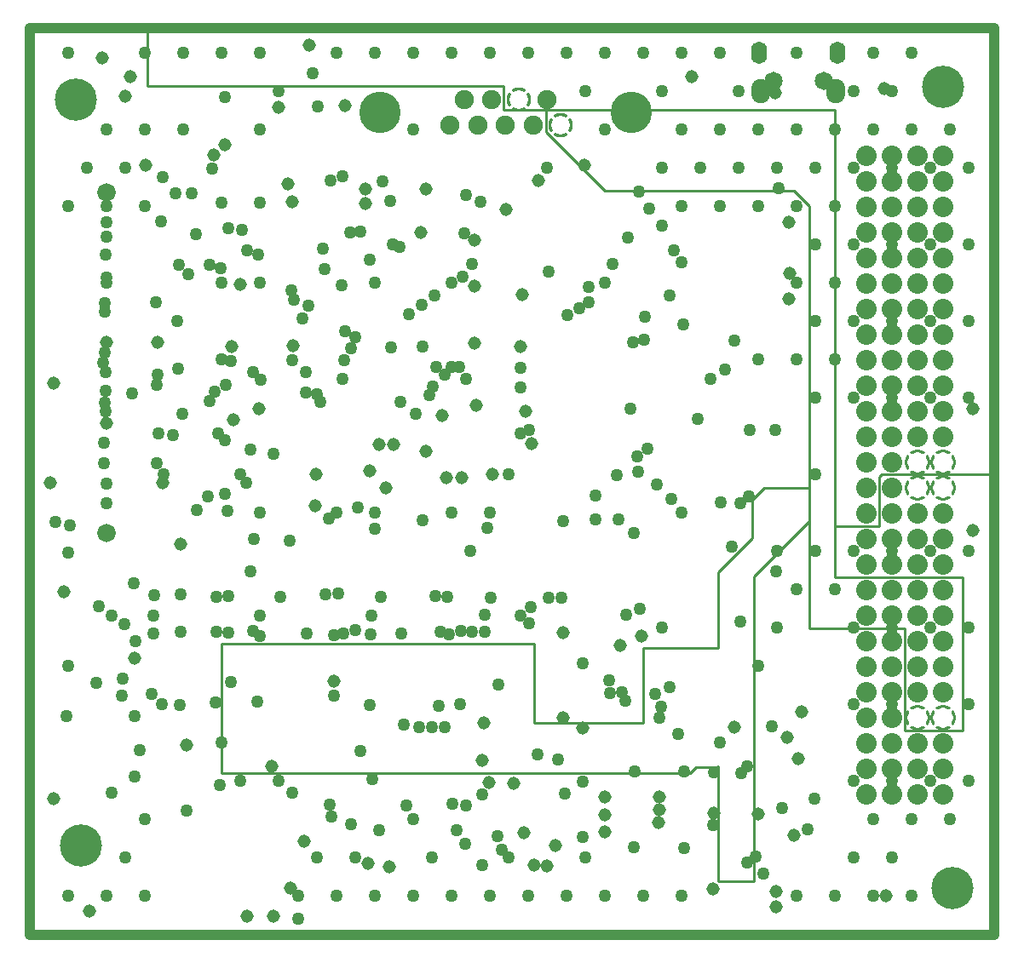
<source format=gbr>
%TF.GenerationSoftware,Altium Limited,Altium Designer,21.8.1 (53)*%
G04 Layer_Physical_Order=3*
G04 Layer_Color=128*
%FSLAX45Y45*%
%MOMM*%
%TF.SameCoordinates,27AF3B28-2B88-43EB-8C06-45BE792F9E07*%
%TF.FilePolarity,Negative*%
%TF.FileFunction,Copper,L3,Inr,Plane*%
%TF.Part,Single*%
G01*
G75*
%TA.AperFunction,NonConductor*%
%ADD50C,1.01600*%
%TA.AperFunction,ComponentPad*%
%ADD51C,4.11600*%
%ADD52C,1.91600*%
G04:AMPARAMS|DCode=53|XSize=2.424mm|YSize=2.424mm|CornerRadius=0mm|HoleSize=0mm|Usage=FLASHONLY|Rotation=0.000|XOffset=0mm|YOffset=0mm|HoleType=Round|Shape=Relief|Width=0.254mm|Gap=0.254mm|Entries=4|*
%AMTHD53*
7,0,0,2.42400,1.91600,0.25400,45*
%
%ADD53THD53*%
%ADD54C,1.81600*%
%ADD55O,1.86600X2.41600*%
%ADD56O,1.56600X2.21600*%
%ADD57C,1.82900*%
%ADD58C,2.03600*%
G04:AMPARAMS|DCode=59|XSize=2.544mm|YSize=2.544mm|CornerRadius=0mm|HoleSize=0mm|Usage=FLASHONLY|Rotation=0.000|XOffset=0mm|YOffset=0mm|HoleType=Round|Shape=Relief|Width=0.254mm|Gap=0.254mm|Entries=4|*
%AMTHD59*
7,0,0,2.54400,2.03600,0.25400,45*
%
%ADD59THD59*%
%ADD60C,4.19600*%
%TA.AperFunction,ViaPad*%
%ADD61C,1.26600*%
%ADD62C,1.31600*%
%TA.AperFunction,TestPad*%
%ADD63C,1.26600*%
%TA.AperFunction,NonConductor*%
%ADD64C,0.25400*%
D50*
X9588500D01*
Y9017000D01*
X0D02*
X9588500D01*
X0Y0D02*
Y9017000D01*
D51*
X3479800Y8178800D02*
D03*
X5978800D02*
D03*
D52*
X4181300Y8051800D02*
D03*
X4318300Y8305800D02*
D03*
X4455300Y8051800D02*
D03*
X4592300Y8305800D02*
D03*
X4729300Y8051800D02*
D03*
X5003300D02*
D03*
X5140300Y8305800D02*
D03*
D53*
X4866300D02*
D03*
X5277300Y8051800D02*
D03*
D54*
X7391400Y8496300D02*
D03*
X7891400D02*
D03*
D55*
X7268900Y8391300D02*
D03*
X8013900D02*
D03*
D56*
X7253900Y8771300D02*
D03*
X8028900D02*
D03*
D57*
X762500Y4000300D02*
D03*
Y7385300D02*
D03*
D58*
X8572500Y2667000D02*
D03*
Y2921000D02*
D03*
Y3429000D02*
D03*
Y3175000D02*
D03*
Y3937000D02*
D03*
Y4191000D02*
D03*
Y4445000D02*
D03*
Y4953000D02*
D03*
Y4699000D02*
D03*
Y5461000D02*
D03*
Y5969000D02*
D03*
Y5207000D02*
D03*
Y5715000D02*
D03*
Y3683000D02*
D03*
Y2413000D02*
D03*
X8318500Y6477000D02*
D03*
Y5715000D02*
D03*
Y5969000D02*
D03*
Y6223000D02*
D03*
Y5461000D02*
D03*
Y4953000D02*
D03*
Y7747000D02*
D03*
Y7493000D02*
D03*
Y6985000D02*
D03*
Y6731000D02*
D03*
Y7239000D02*
D03*
Y5207000D02*
D03*
X8572500Y1397000D02*
D03*
Y2159000D02*
D03*
Y1651000D02*
D03*
X8318500Y1905000D02*
D03*
Y1651000D02*
D03*
X8572500Y1905000D02*
D03*
X8318500Y1397000D02*
D03*
Y2159000D02*
D03*
Y2667000D02*
D03*
Y2921000D02*
D03*
Y3175000D02*
D03*
Y3429000D02*
D03*
Y3683000D02*
D03*
Y3937000D02*
D03*
Y4445000D02*
D03*
Y4699000D02*
D03*
Y2413000D02*
D03*
Y4191000D02*
D03*
X8572500Y6731000D02*
D03*
Y6477000D02*
D03*
Y7239000D02*
D03*
Y6223000D02*
D03*
Y7747000D02*
D03*
Y6985000D02*
D03*
Y7493000D02*
D03*
X9080500Y2667000D02*
D03*
Y2921000D02*
D03*
Y3429000D02*
D03*
Y3175000D02*
D03*
Y3937000D02*
D03*
Y4191000D02*
D03*
Y4953000D02*
D03*
Y5461000D02*
D03*
Y5969000D02*
D03*
Y5207000D02*
D03*
Y5715000D02*
D03*
Y3683000D02*
D03*
Y2413000D02*
D03*
X8826500Y6477000D02*
D03*
Y5715000D02*
D03*
Y5969000D02*
D03*
Y6223000D02*
D03*
Y5461000D02*
D03*
Y4953000D02*
D03*
Y7747000D02*
D03*
Y7493000D02*
D03*
Y6985000D02*
D03*
Y6731000D02*
D03*
Y7239000D02*
D03*
Y5207000D02*
D03*
X9080500Y1397000D02*
D03*
Y1651000D02*
D03*
X8826500Y1905000D02*
D03*
Y1651000D02*
D03*
X9080500Y1905000D02*
D03*
X8826500Y1397000D02*
D03*
Y2667000D02*
D03*
Y2921000D02*
D03*
Y3175000D02*
D03*
Y3429000D02*
D03*
Y3683000D02*
D03*
Y3937000D02*
D03*
Y2413000D02*
D03*
Y4191000D02*
D03*
X9080500Y6731000D02*
D03*
Y6477000D02*
D03*
Y7239000D02*
D03*
Y6223000D02*
D03*
Y7747000D02*
D03*
Y6985000D02*
D03*
Y7493000D02*
D03*
D59*
Y4445000D02*
D03*
Y4699000D02*
D03*
Y2159000D02*
D03*
X8826500D02*
D03*
Y4445000D02*
D03*
Y4699000D02*
D03*
D60*
X9169400Y469900D02*
D03*
X9080500Y8432800D02*
D03*
X457200Y8305800D02*
D03*
X508000Y889000D02*
D03*
D61*
X1661135Y4228993D02*
D03*
X2425675Y4782713D02*
D03*
X6446495Y2001413D02*
D03*
X6261075Y2161433D02*
D03*
X6012180Y1625600D02*
D03*
X381000Y386080D02*
D03*
Y2672080D02*
D03*
Y7244080D02*
D03*
X571500Y7625080D02*
D03*
X381000Y8768080D02*
D03*
X762000Y386080D02*
D03*
X952500Y767080D02*
D03*
X762000Y6482080D02*
D03*
Y7244080D02*
D03*
X952500Y7625080D02*
D03*
X762000Y8006080D02*
D03*
X1143000Y386080D02*
D03*
Y1148080D02*
D03*
X1333500Y4577080D02*
D03*
X1143000Y7244080D02*
D03*
Y8006080D02*
D03*
Y8768080D02*
D03*
X1524000Y8006080D02*
D03*
Y8768080D02*
D03*
X2095500Y1529080D02*
D03*
X1905000Y1910080D02*
D03*
X2095500Y4577080D02*
D03*
X1905000Y5720080D02*
D03*
Y6482080D02*
D03*
Y8768080D02*
D03*
X2476500Y1529080D02*
D03*
X2286000Y4196080D02*
D03*
Y6482080D02*
D03*
Y8006080D02*
D03*
X2476500Y8387080D02*
D03*
X2286000Y8768080D02*
D03*
X2667000Y386080D02*
D03*
X2857500Y767080D02*
D03*
X3048000Y386080D02*
D03*
X3238500Y767080D02*
D03*
X3048000Y4196080D02*
D03*
Y8768080D02*
D03*
X3429000Y386080D02*
D03*
Y4196080D02*
D03*
Y6482080D02*
D03*
Y8768080D02*
D03*
X3810000Y386080D02*
D03*
X4000500Y767080D02*
D03*
X3810000Y1148080D02*
D03*
Y8006080D02*
D03*
Y8768080D02*
D03*
X4191000Y386080D02*
D03*
X4381500Y3815080D02*
D03*
X4191000Y4196080D02*
D03*
Y6482080D02*
D03*
Y8768080D02*
D03*
X4572000Y386080D02*
D03*
X4762500Y767080D02*
D03*
X4572000Y4196080D02*
D03*
X4762500Y4577080D02*
D03*
X4572000Y8768080D02*
D03*
X4953000Y386080D02*
D03*
X5143500Y7625080D02*
D03*
X4953000Y8768080D02*
D03*
X5334000Y386080D02*
D03*
X5524500Y767080D02*
D03*
Y8387080D02*
D03*
X5334000Y8768080D02*
D03*
X5715000Y386080D02*
D03*
Y6482080D02*
D03*
Y8768080D02*
D03*
X6096000Y386080D02*
D03*
X6286500Y3053080D02*
D03*
Y7625080D02*
D03*
Y8387080D02*
D03*
X6096000Y8768080D02*
D03*
X6477000Y386080D02*
D03*
Y4196080D02*
D03*
Y7244080D02*
D03*
Y8006080D02*
D03*
Y8768080D02*
D03*
X6858000Y1910080D02*
D03*
Y7244080D02*
D03*
Y8006080D02*
D03*
X7048500Y8387080D02*
D03*
X6858000Y8768080D02*
D03*
X7239000Y2672080D02*
D03*
X7429500Y3053080D02*
D03*
Y3815080D02*
D03*
X7239000Y5720080D02*
D03*
Y7244080D02*
D03*
X7620000Y386080D02*
D03*
Y3434080D02*
D03*
X7810500Y3815080D02*
D03*
Y4577080D02*
D03*
Y5339080D02*
D03*
X7620000Y5720080D02*
D03*
X7810500Y6101080D02*
D03*
X7620000Y6482080D02*
D03*
X7810500Y6863080D02*
D03*
X7620000Y7244080D02*
D03*
X7810500Y7625080D02*
D03*
X7620000Y8768080D02*
D03*
X8001000Y386080D02*
D03*
X8191500Y767080D02*
D03*
Y1529080D02*
D03*
Y2291080D02*
D03*
Y3053080D02*
D03*
X8001000Y3434080D02*
D03*
X8191500Y3815080D02*
D03*
Y5339080D02*
D03*
X8001000Y5720080D02*
D03*
X8191500Y6101080D02*
D03*
X8001000Y6482080D02*
D03*
X8191500Y6863080D02*
D03*
X8001000Y7244080D02*
D03*
X8191500Y7625080D02*
D03*
Y8387080D02*
D03*
X8382000Y386080D02*
D03*
X8572500Y767080D02*
D03*
X8382000Y1148080D02*
D03*
X8572500Y1529080D02*
D03*
Y2291080D02*
D03*
Y3053080D02*
D03*
Y3815080D02*
D03*
Y5339080D02*
D03*
Y6101080D02*
D03*
Y6863080D02*
D03*
Y7625080D02*
D03*
Y8387080D02*
D03*
X8382000Y8768080D02*
D03*
X8763000Y386080D02*
D03*
Y1148080D02*
D03*
X8953500Y1529080D02*
D03*
Y3053080D02*
D03*
Y3815080D02*
D03*
Y5339080D02*
D03*
Y6101080D02*
D03*
Y6863080D02*
D03*
Y7625080D02*
D03*
X8763000Y8768080D02*
D03*
X9144000Y1148080D02*
D03*
X9334500Y1529080D02*
D03*
Y2291080D02*
D03*
Y3053080D02*
D03*
Y3815080D02*
D03*
Y5339080D02*
D03*
Y6101080D02*
D03*
Y6863080D02*
D03*
Y7625080D02*
D03*
X1318660Y2291080D02*
D03*
X3608076Y6866412D02*
D03*
X1905000Y7284320D02*
D03*
X2286000D02*
D03*
X7429500Y7625080D02*
D03*
X6667500D02*
D03*
X8763000Y8006080D02*
D03*
X8382000D02*
D03*
X7048500Y7625080D02*
D03*
X8001000Y8006080D02*
D03*
X9144000D02*
D03*
X7239000D02*
D03*
X7620000D02*
D03*
X5715000D02*
D03*
X1656080Y6972300D02*
D03*
X1979387Y7031334D02*
D03*
X1471139Y6108564D02*
D03*
X5323840Y1409700D02*
D03*
X3718560Y2095500D02*
D03*
X2586825Y3917254D02*
D03*
X2199640Y3616960D02*
D03*
X7444740Y7421880D02*
D03*
X7417661Y3616701D02*
D03*
X2672080Y160020D02*
D03*
X4276233Y2292543D02*
D03*
X3378200Y2288540D02*
D03*
X4064000Y2280920D02*
D03*
X3286760Y1831340D02*
D03*
X3743960Y1287780D02*
D03*
X2994660Y7503160D02*
D03*
X3106420Y7546340D02*
D03*
X6477000Y6685280D02*
D03*
X6789420Y1089660D02*
D03*
X2814320Y8564880D02*
D03*
X2865120Y8239760D02*
D03*
X1045204Y1576824D02*
D03*
X5623560Y4135120D02*
D03*
X4399922Y3013097D02*
D03*
X3690620Y2994660D02*
D03*
X2219960Y3020060D02*
D03*
X384584Y3801780D02*
D03*
X665480Y2509520D02*
D03*
X370840Y2179320D02*
D03*
X1971040Y4216400D02*
D03*
X1894347Y1489512D02*
D03*
X2984500Y1295400D02*
D03*
X3471964Y1043950D02*
D03*
X5051030Y1792390D02*
D03*
X3906520Y4127500D02*
D03*
X1094740Y1833880D02*
D03*
X2288540Y3177540D02*
D03*
X5254459Y1745346D02*
D03*
X1564640Y1239520D02*
D03*
X1498600Y3388360D02*
D03*
X1238717Y3382044D02*
D03*
X1498606Y3014333D02*
D03*
X1849120Y2311400D02*
D03*
X1496060Y2283460D02*
D03*
X1211580Y2392680D02*
D03*
X764540Y6944360D02*
D03*
X2491740Y3357880D02*
D03*
X3487420D02*
D03*
X4587240Y3350260D02*
D03*
X3903980Y5849620D02*
D03*
X3589020Y5842000D02*
D03*
X3378200Y6715760D02*
D03*
X3101340Y6461760D02*
D03*
X3197860Y5831840D02*
D03*
X3108960Y5529580D02*
D03*
X2600807Y6408326D02*
D03*
X2626360Y6316980D02*
D03*
X2774312Y6253480D02*
D03*
X2930162Y6621264D02*
D03*
X1488440Y6667500D02*
D03*
X5156200Y6596380D02*
D03*
X5971540Y5234940D02*
D03*
X6360160Y6355080D02*
D03*
X6642100Y5128260D02*
D03*
X7409180Y5019040D02*
D03*
X5303520Y4112260D02*
D03*
X5628640Y4366260D02*
D03*
X5849620Y4130040D02*
D03*
X3680460Y6840220D02*
D03*
X2153920Y4493260D02*
D03*
X1774775Y4358281D02*
D03*
X1229360Y2994660D02*
D03*
X2915920Y6824980D02*
D03*
X6286500Y7051040D02*
D03*
X6114452Y6149005D02*
D03*
X6162040Y7226300D02*
D03*
X6055360Y7388860D02*
D03*
X5948680Y6934200D02*
D03*
X756920Y5407660D02*
D03*
X6507480Y866140D02*
D03*
X6004560Y871220D02*
D03*
X6769100Y5527040D02*
D03*
X7373620Y2072640D02*
D03*
X5923280Y2326640D02*
D03*
X4165600Y2992120D02*
D03*
X3403600Y1551940D02*
D03*
X2613660Y1412240D02*
D03*
X4201160Y1300480D02*
D03*
X6002020Y4000500D02*
D03*
X6380480Y4333240D02*
D03*
X6230620Y4475480D02*
D03*
X6873240Y4302760D02*
D03*
X6045200Y4602480D02*
D03*
X6037580Y4757420D02*
D03*
X6141720Y4838700D02*
D03*
X5349240Y6162040D02*
D03*
X5461000Y6228080D02*
D03*
X5557520Y6294120D02*
D03*
X3769360Y6169660D02*
D03*
X3896360Y6263640D02*
D03*
X4023360Y6355080D02*
D03*
X4305300Y6548120D02*
D03*
X5560060Y6443980D02*
D03*
X2743200Y5595620D02*
D03*
X2611120Y5712460D02*
D03*
X2743200Y5392420D02*
D03*
X3124200Y5712460D02*
D03*
X4196080Y5649360D02*
D03*
X4038600D02*
D03*
X4272280Y5648960D02*
D03*
X2004060Y5704840D02*
D03*
X3685540Y5298440D02*
D03*
X4399280Y6672580D02*
D03*
X4881880Y4986020D02*
D03*
X4968240Y5024120D02*
D03*
X6108700Y5918200D02*
D03*
X5996940Y5895340D02*
D03*
X6405880Y6807200D02*
D03*
X3286760Y6990480D02*
D03*
X3022600Y2379980D02*
D03*
X3025140Y2984500D02*
D03*
X2001520Y2517140D02*
D03*
X2260560Y2320194D02*
D03*
X2750820Y2994660D02*
D03*
X3121660Y2997200D02*
D03*
X2227580Y3937000D02*
D03*
X3429000Y4041140D02*
D03*
X4551680Y4043680D02*
D03*
X1041400Y2176780D02*
D03*
X5933440Y3185160D02*
D03*
X6068553Y3246932D02*
D03*
X5887720Y2413000D02*
D03*
X5768340Y2402840D02*
D03*
X5763260Y2532380D02*
D03*
X6360160Y2463800D02*
D03*
X6220460Y2392680D02*
D03*
X6276340Y2270760D02*
D03*
X4658360Y2491740D02*
D03*
X3997960Y2062480D02*
D03*
X4126757Y2067959D02*
D03*
X3874751Y2062264D02*
D03*
X2997200Y1178560D02*
D03*
X3197860Y1102360D02*
D03*
X4500880Y1399540D02*
D03*
X4081780Y3017520D02*
D03*
X4521200Y3180080D02*
D03*
X4523740Y3014980D02*
D03*
X4284980Y3020060D02*
D03*
X4155440Y3365500D02*
D03*
X5156200Y3352800D02*
D03*
X5283200Y3350260D02*
D03*
X4338320Y1290320D02*
D03*
X3241040Y3030620D02*
D03*
X3395980Y3177540D02*
D03*
X3388360Y2989580D02*
D03*
X1973580Y3009900D02*
D03*
X2291080Y2971800D02*
D03*
X1856740Y3012440D02*
D03*
Y3365500D02*
D03*
X1973580Y3373120D02*
D03*
X2938780Y3388360D02*
D03*
X3065780Y3393440D02*
D03*
X4328160Y909320D02*
D03*
X4244340Y1038860D02*
D03*
X4500880Y698500D02*
D03*
X4033520Y3368040D02*
D03*
X4696460Y848360D02*
D03*
X4651842Y979002D02*
D03*
X1943100Y4384040D02*
D03*
X2196023Y4829617D02*
D03*
X812800Y3172460D02*
D03*
X941979Y3093720D02*
D03*
X693237Y3266623D02*
D03*
X4978400Y3263900D02*
D03*
X4876800Y3175000D02*
D03*
X4960620Y3096260D02*
D03*
X1229360Y3175000D02*
D03*
X5499100Y2700020D02*
D03*
X5793740Y6670040D02*
D03*
X815340Y1412240D02*
D03*
X1049020Y2923540D02*
D03*
X1036320Y3495040D02*
D03*
X762000Y4295140D02*
D03*
X764540Y4490720D02*
D03*
X1518920Y5181600D02*
D03*
X756920Y5204460D02*
D03*
X759460Y5593080D02*
D03*
X744220Y5793740D02*
D03*
Y6195060D02*
D03*
X762000Y6540500D02*
D03*
X756920Y6766560D02*
D03*
X1945640Y8328660D02*
D03*
X916940Y2379980D02*
D03*
X3835400Y5179060D02*
D03*
X7734300Y1049020D02*
D03*
X6804660Y1615440D02*
D03*
X6508297Y1622388D02*
D03*
X5501640Y1524000D02*
D03*
X7218680Y782320D02*
D03*
X7132320Y716280D02*
D03*
X1945640Y4922920D02*
D03*
X2886542Y5302418D02*
D03*
X1877060Y4986020D02*
D03*
X2854960Y5374640D02*
D03*
X3136900Y6004560D02*
D03*
X2712720Y6126480D02*
D03*
X256540Y4107180D02*
D03*
X403860Y4069080D02*
D03*
X3258820Y4251960D02*
D03*
X2975014Y4143233D02*
D03*
X5501640Y975360D02*
D03*
X4338320Y5529580D02*
D03*
X4129029Y5574399D02*
D03*
X3977640Y5369560D02*
D03*
X4008120Y5453380D02*
D03*
X7063740Y3114040D02*
D03*
X3507740Y7495540D02*
D03*
X3586480Y7297420D02*
D03*
X3241040Y5941460D02*
D03*
X5836920Y4572000D02*
D03*
X4882280Y5641340D02*
D03*
Y5445760D02*
D03*
X6979920Y3860800D02*
D03*
X927100Y2545080D02*
D03*
X1844040Y5402580D02*
D03*
X1478280Y5633720D02*
D03*
X1788160Y5308600D02*
D03*
X1282700Y4991100D02*
D03*
X1427480Y4968240D02*
D03*
X739079Y4892800D02*
D03*
X1267460Y5471160D02*
D03*
X1950720Y5473700D02*
D03*
X1016000Y5384800D02*
D03*
X2217420Y5595620D02*
D03*
X2296160Y5521560D02*
D03*
X1270000Y5567680D02*
D03*
X739079Y4692800D02*
D03*
X1612900Y7378700D02*
D03*
X7134860Y1678940D02*
D03*
X7289800Y612140D02*
D03*
X4335780Y7355840D02*
D03*
X4483100Y7292340D02*
D03*
X4320540Y6979920D02*
D03*
X7804727Y1357041D02*
D03*
X7482840Y1264920D02*
D03*
X7068820Y1612900D02*
D03*
X7160260Y5019040D02*
D03*
X6908800Y5623560D02*
D03*
X1811020Y7622140D02*
D03*
X1325880Y7538720D02*
D03*
X1447800Y7378700D02*
D03*
X1897380Y6633140D02*
D03*
X2273300Y6761480D02*
D03*
X2159000Y6810140D02*
D03*
X2110740Y7012940D02*
D03*
X6493169Y6074675D02*
D03*
X7002780Y5908040D02*
D03*
X3188802Y6986438D02*
D03*
X762000Y7086600D02*
D03*
X1310640Y7091680D02*
D03*
X751840Y5290820D02*
D03*
X734284Y5687894D02*
D03*
X1262380Y4691380D02*
D03*
X746760Y6286500D02*
D03*
X1579880Y6573520D02*
D03*
X1256195Y6287778D02*
D03*
X1788160Y6664960D02*
D03*
D62*
X5054600Y7505700D02*
D03*
X4503060Y1738282D02*
D03*
X5516880Y7655560D02*
D03*
X2783840Y8846820D02*
D03*
X8498840Y8412480D02*
D03*
X1502817Y3885669D02*
D03*
X1557500Y1892300D02*
D03*
X4732020Y7213600D02*
D03*
X1041400Y2755900D02*
D03*
X3027680Y2519680D02*
D03*
X5306060Y3002280D02*
D03*
X5019040Y693420D02*
D03*
X5138420Y688340D02*
D03*
X5229860Y891540D02*
D03*
X4917440Y1018540D02*
D03*
X4808220Y1503680D02*
D03*
X4566351Y1518603D02*
D03*
X4516120Y2105660D02*
D03*
X2621280Y5857240D02*
D03*
X2098040Y6466840D02*
D03*
X4894580Y6367780D02*
D03*
X6578600Y8534400D02*
D03*
X3136900Y8249920D02*
D03*
X2565400Y7465060D02*
D03*
X2837180Y4264660D02*
D03*
X2849880Y4577080D02*
D03*
X3378200Y4617720D02*
D03*
X6250565Y1115398D02*
D03*
X6257991Y1373823D02*
D03*
X7244080Y1206500D02*
D03*
X7409180Y8376920D02*
D03*
X7528560Y1968500D02*
D03*
X2595880Y464820D02*
D03*
X2164080Y185420D02*
D03*
X2427671Y187643D02*
D03*
X2611120Y7292340D02*
D03*
X2407920Y1678940D02*
D03*
X5300980Y2162020D02*
D03*
X4439814Y5265314D02*
D03*
X4419600Y6451600D02*
D03*
X4986020Y4889500D02*
D03*
X3886200Y6985480D02*
D03*
X6083300Y2969260D02*
D03*
X5499100Y2059460D02*
D03*
X5867400Y2880360D02*
D03*
X4597400Y4584700D02*
D03*
X3365500Y711200D02*
D03*
X3580048Y678752D02*
D03*
X2479040Y8232140D02*
D03*
X3474720Y4876800D02*
D03*
X2283460Y5229860D02*
D03*
X2028190Y5124450D02*
D03*
X1320800Y4495800D02*
D03*
X3614420Y4874260D02*
D03*
X4419600Y5885261D02*
D03*
X7670800Y2222500D02*
D03*
X4877280Y5854700D02*
D03*
X4927600Y5207000D02*
D03*
X2012400Y5854700D02*
D03*
X7005320Y2067560D02*
D03*
X8509000Y393700D02*
D03*
X5717540Y1028700D02*
D03*
X3340100Y7415400D02*
D03*
X4419600Y6910860D02*
D03*
X7543800Y7086600D02*
D03*
X3937000Y7415400D02*
D03*
X7543800Y6324600D02*
D03*
X3340100Y7277100D02*
D03*
X762000Y5085080D02*
D03*
X1270000Y5890260D02*
D03*
X3937000Y4813300D02*
D03*
X3543300Y4445000D02*
D03*
X4102100Y5168900D02*
D03*
X4292600Y4546600D02*
D03*
X4140200D02*
D03*
X241300Y5486400D02*
D03*
X762000Y5892800D02*
D03*
X1155700Y7658100D02*
D03*
X5717540Y1371600D02*
D03*
X337820Y3413760D02*
D03*
X241300Y1358900D02*
D03*
X5720080Y1191260D02*
D03*
X6261100Y1244600D02*
D03*
X723900Y8724900D02*
D03*
X1000760Y8536940D02*
D03*
X952500Y8343900D02*
D03*
X203200Y4495800D02*
D03*
X1828800Y7759700D02*
D03*
X1943100Y7861300D02*
D03*
X6794500Y457200D02*
D03*
X7416800Y279400D02*
D03*
Y431800D02*
D03*
X7594600Y988060D02*
D03*
X7640320Y1752600D02*
D03*
X7556500Y6578600D02*
D03*
X9372600Y5232400D02*
D03*
Y4025900D02*
D03*
X6802120Y1211580D02*
D03*
X2730500Y934720D02*
D03*
X596900Y241300D02*
D03*
D63*
X7062295Y4291889D02*
D03*
X7150100Y4363720D02*
D03*
D64*
X6096000Y2108200D02*
Y2857500D01*
X6845300D01*
X1905000Y2100580D02*
Y2895600D01*
X4424680D01*
X5015230Y2108200D02*
Y2895600D01*
X4424680D02*
X5015230D01*
Y2108200D02*
X6096000D01*
X6565900Y1612900D02*
X6621780Y1668780D01*
X1905000Y1612900D02*
Y2100580D01*
Y1612900D02*
X6565900D01*
X6621780Y1668780D02*
X6835140D01*
X6845300Y1678940D01*
Y533400D02*
Y1678940D01*
X5715000Y7404100D02*
X7594600D01*
X5524500Y7594600D02*
X5715000Y7404100D01*
X5130800Y7988300D02*
X5524500Y7594600D01*
X5130800Y7988300D02*
Y8191500D01*
X7747000Y3048000D02*
Y7251700D01*
X7183437Y3944938D02*
Y4325937D01*
X7302500Y4445000D01*
X7747000D01*
X7070725Y3832225D02*
X7183437Y3944938D01*
X7014369Y3775869D02*
X7070725Y3832225D01*
X6845300Y3606800D02*
X6901656Y3663156D01*
X7014369Y3775869D01*
X6845300Y2857500D02*
Y3606800D01*
X7200900Y3568700D02*
X7747000Y4114800D01*
X7200900Y533400D02*
Y3568700D01*
X6845300Y533400D02*
X7200900D01*
X8445500Y4559300D02*
X8470900Y4584700D01*
X8445500Y4064000D02*
Y4559300D01*
X8013700Y4064000D02*
X8445500D01*
X4711700Y8204200D02*
X8001000D01*
X8470900Y4584700D02*
X9588500Y4584700D01*
X8001000Y4491038D02*
Y4781550D01*
Y3556000D02*
Y3910012D01*
Y8140700D02*
Y8204200D01*
Y7850187D02*
Y8140700D01*
Y6978650D02*
Y7396162D01*
Y7850187D01*
Y3910012D02*
Y4491038D01*
Y4781550D02*
Y6978650D01*
Y3556000D02*
X9271000D01*
Y2032000D02*
Y3556000D01*
X8699500Y2032000D02*
X9271000D01*
X7594600Y7404100D02*
X7747000Y7251700D01*
Y3048000D02*
X8699500D01*
Y2032000D02*
Y3048000D01*
X4711700Y8204200D02*
Y8445500D01*
X1168400D02*
X4711700D01*
X1168400D02*
Y9017000D01*
%TF.MD5,f1ecd4cb7a794fb63686ba334527e2d3*%
M02*

</source>
